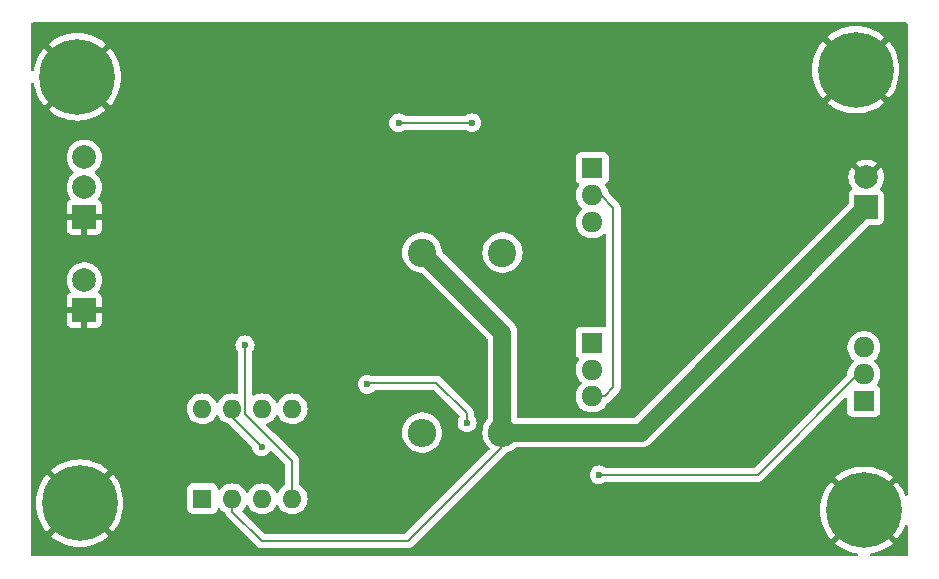
<source format=gbl>
%TF.GenerationSoftware,KiCad,Pcbnew,8.0.8*%
%TF.CreationDate,2025-01-31T21:35:17+01:00*%
%TF.ProjectId,BufferCorrente,42756666-6572-4436-9f72-72656e74652e,rev?*%
%TF.SameCoordinates,Original*%
%TF.FileFunction,Copper,L2,Bot*%
%TF.FilePolarity,Positive*%
%FSLAX46Y46*%
G04 Gerber Fmt 4.6, Leading zero omitted, Abs format (unit mm)*
G04 Created by KiCad (PCBNEW 8.0.8) date 2025-01-31 21:35:17*
%MOMM*%
%LPD*%
G01*
G04 APERTURE LIST*
%TA.AperFunction,ComponentPad*%
%ADD10R,1.600000X1.600000*%
%TD*%
%TA.AperFunction,ComponentPad*%
%ADD11O,1.600000X1.600000*%
%TD*%
%TA.AperFunction,ComponentPad*%
%ADD12C,2.400000*%
%TD*%
%TA.AperFunction,ComponentPad*%
%ADD13O,2.400000X2.400000*%
%TD*%
%TA.AperFunction,ComponentPad*%
%ADD14R,1.800000X1.710000*%
%TD*%
%TA.AperFunction,ComponentPad*%
%ADD15O,1.800000X1.710000*%
%TD*%
%TA.AperFunction,ComponentPad*%
%ADD16R,2.000000X2.000000*%
%TD*%
%TA.AperFunction,ComponentPad*%
%ADD17C,2.000000*%
%TD*%
%TA.AperFunction,ComponentPad*%
%ADD18C,0.800000*%
%TD*%
%TA.AperFunction,ComponentPad*%
%ADD19C,6.400000*%
%TD*%
%TA.AperFunction,ViaPad*%
%ADD20C,0.600000*%
%TD*%
%TA.AperFunction,Conductor*%
%ADD21C,0.200000*%
%TD*%
%TA.AperFunction,Conductor*%
%ADD22C,1.500000*%
%TD*%
%ADD23C,0.300000*%
%ADD24C,0.350000*%
G04 APERTURE END LIST*
D10*
%TO.P,U1,1,VOS*%
%TO.N,unconnected-(U1-VOS-Pad1)*%
X133180000Y-117020000D03*
D11*
%TO.P,U1,2,-*%
%TO.N,Net-(J2-Pin_1)*%
X135720000Y-117020000D03*
%TO.P,U1,3,+*%
%TO.N,Net-(D1-A)*%
X138260000Y-117020000D03*
%TO.P,U1,4,V-*%
%TO.N,-16V*%
X140800000Y-117020000D03*
%TO.P,U1,5,NC*%
%TO.N,unconnected-(U1-NC-Pad5)*%
X140800000Y-109400000D03*
%TO.P,U1,6*%
%TO.N,Net-(Q1-C)*%
X138260000Y-109400000D03*
%TO.P,U1,7,V+*%
%TO.N,+16V*%
X135720000Y-109400000D03*
%TO.P,U1,8,VOS*%
%TO.N,unconnected-(U1-VOS-Pad8)*%
X133180000Y-109400000D03*
%TD*%
D12*
%TO.P,R11,1*%
%TO.N,Net-(J2-Pin_1)*%
X151800000Y-96180000D03*
D13*
%TO.P,R11,2*%
%TO.N,Net-(Q2-E)*%
X151800000Y-111420000D03*
%TD*%
D12*
%TO.P,R10,1*%
%TO.N,Net-(Q3-E)*%
X158600000Y-96180000D03*
D13*
%TO.P,R10,2*%
%TO.N,Net-(J2-Pin_1)*%
X158600000Y-111420000D03*
%TD*%
D14*
%TO.P,Q3,1,E*%
%TO.N,Net-(Q3-E)*%
X189200000Y-108760000D03*
D15*
%TO.P,Q3,2,C*%
%TO.N,+16V*%
X189200000Y-106480000D03*
%TO.P,Q3,3,B*%
%TO.N,Net-(D5-K)*%
X189200000Y-104200000D03*
%TD*%
D14*
%TO.P,Q2,1,E*%
%TO.N,Net-(Q2-E)*%
X166200000Y-103800000D03*
D15*
%TO.P,Q2,2,C*%
%TO.N,-16V*%
X166200000Y-106080000D03*
%TO.P,Q2,3,B*%
%TO.N,Net-(Q1-C)*%
X166200000Y-108360000D03*
%TD*%
%TO.P,Q1,3,B*%
%TO.N,Net-(D5-A)*%
X166200000Y-93600000D03*
%TO.P,Q1,2,C*%
%TO.N,Net-(Q1-C)*%
X166200000Y-91320000D03*
D14*
%TO.P,Q1,1,E*%
%TO.N,Net-(D5-K)*%
X166200000Y-89040000D03*
%TD*%
D16*
%TO.P,Power,1,Pin_1*%
%TO.N,GND*%
X123200000Y-93200000D03*
D17*
%TO.P,Power,2,Pin_2*%
%TO.N,VEE*%
X123200000Y-90660000D03*
%TO.P,Power,3,Pin_3*%
%TO.N,VCC*%
X123200000Y-88120000D03*
%TD*%
D16*
%TO.P,OUT,1,Pin_1*%
%TO.N,Net-(J2-Pin_1)*%
X189400000Y-92340000D03*
D17*
%TO.P,OUT,2,Pin_2*%
%TO.N,GND*%
X189400000Y-89800000D03*
%TD*%
D16*
%TO.P,SIG,1,Pin_1*%
%TO.N,GND*%
X123200000Y-101060000D03*
D17*
%TO.P,SIG,2,Pin_2*%
%TO.N,Net-(J1-Pin_2)*%
X123200000Y-98520000D03*
%TD*%
D18*
%TO.P,M3,1,1*%
%TO.N,GND*%
X186800000Y-118000000D03*
X187502944Y-116302944D03*
X187502944Y-119697056D03*
X189200000Y-115600000D03*
D19*
X189200000Y-118000000D03*
D18*
X189200000Y-120400000D03*
X190897056Y-116302944D03*
X190897056Y-119697056D03*
X191600000Y-118000000D03*
%TD*%
%TO.P,M3,1,1*%
%TO.N,GND*%
X186102944Y-80697056D03*
X186805888Y-79000000D03*
X186805888Y-82394112D03*
X188502944Y-78297056D03*
D19*
X188502944Y-80697056D03*
D18*
X188502944Y-83097056D03*
X190200000Y-79000000D03*
X190200000Y-82394112D03*
X190902944Y-80697056D03*
%TD*%
%TO.P,M3,1,1*%
%TO.N,GND*%
X120400000Y-117400000D03*
X121102944Y-115702944D03*
X121102944Y-119097056D03*
X122800000Y-115000000D03*
D19*
X122800000Y-117400000D03*
D18*
X122800000Y-119800000D03*
X124497056Y-115702944D03*
X124497056Y-119097056D03*
X125200000Y-117400000D03*
%TD*%
%TO.P,M3,1,1*%
%TO.N,GND*%
X125000000Y-81297056D03*
X124297056Y-82994112D03*
X124297056Y-79600000D03*
X122600000Y-83697056D03*
D19*
X122600000Y-81297056D03*
D18*
X122600000Y-78897056D03*
X120902944Y-82994112D03*
X120902944Y-79600000D03*
X120200000Y-81297056D03*
%TD*%
D20*
%TO.N,GND*%
X138200000Y-102600000D03*
X133000000Y-99400000D03*
X128600000Y-95800000D03*
X142400000Y-90400000D03*
X147800000Y-96400000D03*
X149800000Y-93200000D03*
X154800000Y-81600000D03*
X146000000Y-78400000D03*
X170000000Y-81200000D03*
X182800000Y-90200000D03*
X189200000Y-97600000D03*
X172600000Y-103000000D03*
X163200000Y-99600000D03*
X177400000Y-110600000D03*
X169800000Y-120000000D03*
X159600000Y-116400000D03*
X148000000Y-116200000D03*
X125400000Y-107600000D03*
X139800000Y-96800000D03*
X137200000Y-93000000D03*
X137200000Y-89000000D03*
X135400000Y-82400000D03*
%TO.N,+16V*%
X166800000Y-115000000D03*
%TO.N,Net-(Q1-C)*%
X155600000Y-110600000D03*
X147138235Y-107338235D03*
%TO.N,+16V*%
X149800000Y-85200000D03*
X156000000Y-85200000D03*
%TO.N,-16V*%
X136800000Y-104000000D03*
%TO.N,+16V*%
X138200000Y-112600000D03*
%TD*%
D21*
%TO.N,+16V*%
X166800000Y-115000000D02*
X180200000Y-115000000D01*
X180200000Y-115000000D02*
X188720000Y-106480000D01*
X188720000Y-106480000D02*
X189200000Y-106480000D01*
%TO.N,Net-(Q1-C)*%
X155600000Y-109800000D02*
X153000000Y-107200000D01*
X147276470Y-107200000D02*
X147138235Y-107338235D01*
X155600000Y-110600000D02*
X155600000Y-109800000D01*
X153000000Y-107200000D02*
X147276470Y-107200000D01*
D22*
%TO.N,Net-(J2-Pin_1)*%
X158600000Y-111420000D02*
X170320000Y-111420000D01*
X170320000Y-111420000D02*
X189400000Y-92340000D01*
D21*
%TO.N,+16V*%
X149800000Y-85200000D02*
X156000000Y-85200000D01*
%TO.N,-16V*%
X140800000Y-113835635D02*
X140800000Y-117020000D01*
X136800000Y-104000000D02*
X136820000Y-104020000D01*
X136820000Y-104020000D02*
X136820000Y-109855635D01*
X136820000Y-109855635D02*
X140800000Y-113835635D01*
%TO.N,+16V*%
X138200000Y-112600000D02*
X135720000Y-110120000D01*
X135720000Y-110120000D02*
X135720000Y-109400000D01*
%TO.N,Net-(J2-Pin_1)*%
X135720000Y-117020000D02*
X135720000Y-118120000D01*
X138200000Y-120600000D02*
X150600000Y-120600000D01*
X150600000Y-120600000D02*
X158600000Y-112600000D01*
X135720000Y-118120000D02*
X138200000Y-120600000D01*
%TO.N,Net-(Q1-C)*%
X166200000Y-91320000D02*
X166920000Y-91320000D01*
X166920000Y-91320000D02*
X168000000Y-92400000D01*
X168000000Y-92400000D02*
X168000000Y-107600000D01*
X168000000Y-107600000D02*
X167240000Y-108360000D01*
X167240000Y-108360000D02*
X166200000Y-108360000D01*
D22*
%TO.N,Net-(J2-Pin_1)*%
X158600000Y-111420000D02*
X158600000Y-102980000D01*
X158600000Y-102980000D02*
X151800000Y-96180000D01*
%TD*%
%TA.AperFunction,Conductor*%
%TO.N,GND*%
G36*
X192842539Y-76720185D02*
G01*
X192888294Y-76772989D01*
X192899500Y-76824500D01*
X192899500Y-116643897D01*
X192879815Y-116710936D01*
X192827011Y-116756691D01*
X192757853Y-116766635D01*
X192694297Y-116737610D01*
X192659736Y-116688335D01*
X192584755Y-116493005D01*
X192408689Y-116147456D01*
X192197476Y-115822216D01*
X192197475Y-115822214D01*
X191988902Y-115564650D01*
X190494251Y-117059301D01*
X190420412Y-116957670D01*
X190242330Y-116779588D01*
X190140698Y-116705748D01*
X191635349Y-115211096D01*
X191377785Y-115002525D01*
X191377783Y-115002523D01*
X191052543Y-114791310D01*
X190706994Y-114615244D01*
X190344936Y-114476262D01*
X189970330Y-114375887D01*
X189970323Y-114375886D01*
X189587287Y-114315219D01*
X189200001Y-114294922D01*
X189199999Y-114294922D01*
X188812712Y-114315219D01*
X188429676Y-114375886D01*
X188429669Y-114375887D01*
X188055063Y-114476262D01*
X187693005Y-114615244D01*
X187347456Y-114791310D01*
X187022206Y-115002531D01*
X186764649Y-115211095D01*
X186764649Y-115211096D01*
X188259301Y-116705748D01*
X188157670Y-116779588D01*
X187979588Y-116957670D01*
X187905748Y-117059301D01*
X186411096Y-115564649D01*
X186411095Y-115564649D01*
X186202531Y-115822206D01*
X185991310Y-116147456D01*
X185815244Y-116493005D01*
X185676262Y-116855063D01*
X185575887Y-117229669D01*
X185575886Y-117229676D01*
X185515219Y-117612712D01*
X185494922Y-117999999D01*
X185494922Y-118000000D01*
X185515219Y-118387287D01*
X185575886Y-118770323D01*
X185575887Y-118770330D01*
X185676262Y-119144936D01*
X185815244Y-119506994D01*
X185991310Y-119852543D01*
X186202523Y-120177783D01*
X186202525Y-120177785D01*
X186411096Y-120435348D01*
X187905747Y-118940697D01*
X187979588Y-119042330D01*
X188157670Y-119220412D01*
X188259301Y-119294251D01*
X186764650Y-120788902D01*
X187022214Y-120997475D01*
X187022216Y-120997476D01*
X187347456Y-121208689D01*
X187693005Y-121384755D01*
X188055063Y-121523737D01*
X188429669Y-121624112D01*
X188429676Y-121624113D01*
X188612227Y-121653027D01*
X188675362Y-121682956D01*
X188712293Y-121742268D01*
X188711295Y-121812130D01*
X188672685Y-121870363D01*
X188608722Y-121898477D01*
X188592829Y-121899500D01*
X118824500Y-121899500D01*
X118757461Y-121879815D01*
X118711706Y-121827011D01*
X118700500Y-121775500D01*
X118700500Y-117399999D01*
X119094922Y-117399999D01*
X119094922Y-117400000D01*
X119115219Y-117787287D01*
X119175886Y-118170323D01*
X119175887Y-118170330D01*
X119276262Y-118544936D01*
X119415244Y-118906994D01*
X119591310Y-119252543D01*
X119802523Y-119577783D01*
X119802525Y-119577785D01*
X120011096Y-119835348D01*
X121505747Y-118340697D01*
X121579588Y-118442330D01*
X121757670Y-118620412D01*
X121859301Y-118694251D01*
X120364650Y-120188902D01*
X120622214Y-120397475D01*
X120622216Y-120397476D01*
X120947456Y-120608689D01*
X121293005Y-120784755D01*
X121655063Y-120923737D01*
X122029669Y-121024112D01*
X122029676Y-121024113D01*
X122412712Y-121084780D01*
X122799999Y-121105078D01*
X122800001Y-121105078D01*
X123187287Y-121084780D01*
X123570323Y-121024113D01*
X123570330Y-121024112D01*
X123944936Y-120923737D01*
X124306994Y-120784755D01*
X124652543Y-120608689D01*
X124977771Y-120397484D01*
X124977784Y-120397474D01*
X125235348Y-120188902D01*
X123740698Y-118694252D01*
X123842330Y-118620412D01*
X124020412Y-118442330D01*
X124094252Y-118340698D01*
X125588902Y-119835348D01*
X125797474Y-119577784D01*
X125797484Y-119577771D01*
X126008689Y-119252543D01*
X126184755Y-118906994D01*
X126323737Y-118544936D01*
X126424112Y-118170330D01*
X126424113Y-118170323D01*
X126484780Y-117787287D01*
X126505078Y-117400000D01*
X126505078Y-117399999D01*
X126484780Y-117012712D01*
X126424113Y-116629676D01*
X126424112Y-116629669D01*
X126323737Y-116255063D01*
X126184755Y-115893005D01*
X126008689Y-115547456D01*
X125797476Y-115222216D01*
X125797475Y-115222214D01*
X125588902Y-114964650D01*
X124094251Y-116459301D01*
X124020412Y-116357670D01*
X123842330Y-116179588D01*
X123740698Y-116105748D01*
X125235349Y-114611096D01*
X124977785Y-114402525D01*
X124977783Y-114402523D01*
X124652543Y-114191310D01*
X124306994Y-114015244D01*
X123944936Y-113876262D01*
X123570330Y-113775887D01*
X123570323Y-113775886D01*
X123187287Y-113715219D01*
X122800001Y-113694922D01*
X122799999Y-113694922D01*
X122412712Y-113715219D01*
X122029676Y-113775886D01*
X122029669Y-113775887D01*
X121655063Y-113876262D01*
X121293005Y-114015244D01*
X120947456Y-114191310D01*
X120622206Y-114402531D01*
X120364649Y-114611095D01*
X120364649Y-114611096D01*
X121859301Y-116105748D01*
X121757670Y-116179588D01*
X121579588Y-116357670D01*
X121505748Y-116459301D01*
X120011096Y-114964649D01*
X120011095Y-114964649D01*
X119802531Y-115222206D01*
X119591310Y-115547456D01*
X119415244Y-115893005D01*
X119276262Y-116255063D01*
X119175887Y-116629669D01*
X119175886Y-116629676D01*
X119115219Y-117012712D01*
X119094922Y-117399999D01*
X118700500Y-117399999D01*
X118700500Y-109399998D01*
X131874532Y-109399998D01*
X131874532Y-109400001D01*
X131894364Y-109626686D01*
X131894366Y-109626697D01*
X131953258Y-109846488D01*
X131953261Y-109846497D01*
X132049431Y-110052732D01*
X132049432Y-110052734D01*
X132179954Y-110239141D01*
X132340858Y-110400045D01*
X132340861Y-110400047D01*
X132527266Y-110530568D01*
X132733504Y-110626739D01*
X132733509Y-110626740D01*
X132733511Y-110626741D01*
X132786415Y-110640916D01*
X132953308Y-110685635D01*
X133115230Y-110699801D01*
X133179998Y-110705468D01*
X133180000Y-110705468D01*
X133180002Y-110705468D01*
X133236673Y-110700509D01*
X133406692Y-110685635D01*
X133626496Y-110626739D01*
X133832734Y-110530568D01*
X134019139Y-110400047D01*
X134180047Y-110239139D01*
X134310568Y-110052734D01*
X134337618Y-109994724D01*
X134383790Y-109942285D01*
X134450983Y-109923133D01*
X134517865Y-109943348D01*
X134562382Y-109994725D01*
X134589429Y-110052728D01*
X134589432Y-110052734D01*
X134719954Y-110239141D01*
X134880858Y-110400045D01*
X134880861Y-110400047D01*
X135067266Y-110530568D01*
X135273504Y-110626739D01*
X135273506Y-110626739D01*
X135273513Y-110626742D01*
X135348295Y-110646778D01*
X135383475Y-110656205D01*
X135439064Y-110688299D01*
X137369298Y-112618534D01*
X137402783Y-112679857D01*
X137404837Y-112692331D01*
X137414630Y-112779249D01*
X137474210Y-112949521D01*
X137474211Y-112949522D01*
X137570184Y-113102262D01*
X137697738Y-113229816D01*
X137850478Y-113325789D01*
X137934287Y-113355115D01*
X138020745Y-113385368D01*
X138020750Y-113385369D01*
X138199996Y-113405565D01*
X138200000Y-113405565D01*
X138200004Y-113405565D01*
X138379249Y-113385369D01*
X138379252Y-113385368D01*
X138379255Y-113385368D01*
X138549522Y-113325789D01*
X138702262Y-113229816D01*
X138829816Y-113102262D01*
X138896647Y-112995900D01*
X138948982Y-112949610D01*
X139018035Y-112938962D01*
X139081884Y-112967337D01*
X139089322Y-112974192D01*
X140163181Y-114048051D01*
X140196666Y-114109374D01*
X140199500Y-114135732D01*
X140199500Y-115788306D01*
X140179815Y-115855345D01*
X140146623Y-115889881D01*
X139960859Y-116019953D01*
X139799954Y-116180858D01*
X139669432Y-116367265D01*
X139669431Y-116367267D01*
X139642382Y-116425275D01*
X139596209Y-116477714D01*
X139529016Y-116496866D01*
X139462135Y-116476650D01*
X139417618Y-116425275D01*
X139390568Y-116367267D01*
X139390567Y-116367265D01*
X139260045Y-116180858D01*
X139099141Y-116019954D01*
X138912734Y-115889432D01*
X138912732Y-115889431D01*
X138706497Y-115793261D01*
X138706488Y-115793258D01*
X138486697Y-115734366D01*
X138486693Y-115734365D01*
X138486692Y-115734365D01*
X138486691Y-115734364D01*
X138486686Y-115734364D01*
X138260002Y-115714532D01*
X138259998Y-115714532D01*
X138033313Y-115734364D01*
X138033302Y-115734366D01*
X137813511Y-115793258D01*
X137813502Y-115793261D01*
X137607267Y-115889431D01*
X137607265Y-115889432D01*
X137420858Y-116019954D01*
X137259954Y-116180858D01*
X137129432Y-116367265D01*
X137129431Y-116367267D01*
X137102382Y-116425275D01*
X137056209Y-116477714D01*
X136989016Y-116496866D01*
X136922135Y-116476650D01*
X136877618Y-116425275D01*
X136850568Y-116367267D01*
X136850567Y-116367265D01*
X136720045Y-116180858D01*
X136559141Y-116019954D01*
X136372734Y-115889432D01*
X136372732Y-115889431D01*
X136166497Y-115793261D01*
X136166488Y-115793258D01*
X135946697Y-115734366D01*
X135946693Y-115734365D01*
X135946692Y-115734365D01*
X135946691Y-115734364D01*
X135946686Y-115734364D01*
X135720002Y-115714532D01*
X135719998Y-115714532D01*
X135493313Y-115734364D01*
X135493302Y-115734366D01*
X135273511Y-115793258D01*
X135273502Y-115793261D01*
X135067267Y-115889431D01*
X135067265Y-115889432D01*
X134880858Y-116019954D01*
X134719954Y-116180858D01*
X134702725Y-116205464D01*
X134648147Y-116249088D01*
X134578648Y-116256280D01*
X134516294Y-116224757D01*
X134480882Y-116164526D01*
X134477861Y-116147591D01*
X134477846Y-116147456D01*
X134474091Y-116112517D01*
X134439567Y-116019954D01*
X134423797Y-115977671D01*
X134423793Y-115977664D01*
X134337547Y-115862455D01*
X134337544Y-115862452D01*
X134222335Y-115776206D01*
X134222328Y-115776202D01*
X134087482Y-115725908D01*
X134087483Y-115725908D01*
X134027883Y-115719501D01*
X134027881Y-115719500D01*
X134027873Y-115719500D01*
X134027864Y-115719500D01*
X132332129Y-115719500D01*
X132332123Y-115719501D01*
X132272516Y-115725908D01*
X132137671Y-115776202D01*
X132137664Y-115776206D01*
X132022455Y-115862452D01*
X132022452Y-115862455D01*
X131936206Y-115977664D01*
X131936202Y-115977671D01*
X131885908Y-116112517D01*
X131879501Y-116172116D01*
X131879500Y-116172135D01*
X131879500Y-117867870D01*
X131879501Y-117867876D01*
X131885908Y-117927483D01*
X131936202Y-118062328D01*
X131936206Y-118062335D01*
X132022452Y-118177544D01*
X132022455Y-118177547D01*
X132137664Y-118263793D01*
X132137671Y-118263797D01*
X132272517Y-118314091D01*
X132272516Y-118314091D01*
X132279444Y-118314835D01*
X132332127Y-118320500D01*
X134027872Y-118320499D01*
X134087483Y-118314091D01*
X134222331Y-118263796D01*
X134337546Y-118177546D01*
X134423796Y-118062331D01*
X134474091Y-117927483D01*
X134477862Y-117892401D01*
X134504599Y-117827855D01*
X134561990Y-117788006D01*
X134631816Y-117785511D01*
X134691905Y-117821163D01*
X134702726Y-117834536D01*
X134719956Y-117859143D01*
X134880858Y-118020045D01*
X135067262Y-118150566D01*
X135069204Y-118151687D01*
X135069888Y-118152404D01*
X135071701Y-118153674D01*
X135071445Y-118154038D01*
X135117421Y-118202253D01*
X135126980Y-118226978D01*
X135148057Y-118305635D01*
X135160423Y-118351785D01*
X135189358Y-118401900D01*
X135189359Y-118401904D01*
X135189360Y-118401904D01*
X135239479Y-118488714D01*
X135239481Y-118488717D01*
X135358349Y-118607585D01*
X135358354Y-118607589D01*
X137831284Y-121080520D01*
X137831286Y-121080521D01*
X137831290Y-121080524D01*
X137968209Y-121159573D01*
X137968216Y-121159577D01*
X138120943Y-121200501D01*
X138120945Y-121200501D01*
X138286654Y-121200501D01*
X138286670Y-121200500D01*
X150513331Y-121200500D01*
X150513347Y-121200501D01*
X150520943Y-121200501D01*
X150679054Y-121200501D01*
X150679057Y-121200501D01*
X150831785Y-121159577D01*
X150881904Y-121130639D01*
X150968716Y-121080520D01*
X151080520Y-120968716D01*
X151080520Y-120968714D01*
X151090728Y-120958507D01*
X151090730Y-120958504D01*
X157049237Y-114999996D01*
X165994435Y-114999996D01*
X165994435Y-115000003D01*
X166014630Y-115179249D01*
X166014631Y-115179254D01*
X166074211Y-115349523D01*
X166170184Y-115502262D01*
X166297738Y-115629816D01*
X166388080Y-115686582D01*
X166440470Y-115719501D01*
X166450478Y-115725789D01*
X166474990Y-115734366D01*
X166620745Y-115785368D01*
X166620750Y-115785369D01*
X166799996Y-115805565D01*
X166800000Y-115805565D01*
X166800004Y-115805565D01*
X166979249Y-115785369D01*
X166979252Y-115785368D01*
X166979255Y-115785368D01*
X167149522Y-115725789D01*
X167302262Y-115629816D01*
X167302267Y-115629810D01*
X167305097Y-115627555D01*
X167307275Y-115626665D01*
X167308158Y-115626111D01*
X167308255Y-115626265D01*
X167369783Y-115601145D01*
X167382412Y-115600500D01*
X180113331Y-115600500D01*
X180113347Y-115600501D01*
X180120943Y-115600501D01*
X180279054Y-115600501D01*
X180279057Y-115600501D01*
X180431785Y-115559577D01*
X180481904Y-115530639D01*
X180568716Y-115480520D01*
X180680520Y-115368716D01*
X180680520Y-115368714D01*
X180690728Y-115358507D01*
X180690729Y-115358504D01*
X187587821Y-108461413D01*
X187649142Y-108427930D01*
X187718834Y-108432914D01*
X187774767Y-108474786D01*
X187799184Y-108540250D01*
X187799500Y-108549096D01*
X187799500Y-109662870D01*
X187799501Y-109662876D01*
X187805908Y-109722483D01*
X187856202Y-109857328D01*
X187856206Y-109857335D01*
X187942452Y-109972544D01*
X187942455Y-109972547D01*
X188057664Y-110058793D01*
X188057671Y-110058797D01*
X188192517Y-110109091D01*
X188192516Y-110109091D01*
X188199444Y-110109835D01*
X188252127Y-110115500D01*
X190147872Y-110115499D01*
X190207483Y-110109091D01*
X190342331Y-110058796D01*
X190457546Y-109972546D01*
X190543796Y-109857331D01*
X190594091Y-109722483D01*
X190600500Y-109662873D01*
X190600499Y-107857128D01*
X190594091Y-107797517D01*
X190549908Y-107679057D01*
X190543797Y-107662671D01*
X190543793Y-107662664D01*
X190457547Y-107547455D01*
X190457544Y-107547452D01*
X190352924Y-107469133D01*
X190311053Y-107413199D01*
X190306069Y-107343508D01*
X190326915Y-107296985D01*
X190404327Y-107190437D01*
X190501191Y-107000331D01*
X190567123Y-106797414D01*
X190600500Y-106586680D01*
X190600500Y-106373320D01*
X190567123Y-106162586D01*
X190501191Y-105959669D01*
X190501189Y-105959666D01*
X190501189Y-105959664D01*
X190404326Y-105769562D01*
X190399257Y-105762585D01*
X190278917Y-105596951D01*
X190128049Y-105446083D01*
X190120112Y-105440316D01*
X190077448Y-105384989D01*
X190071469Y-105315376D01*
X190104074Y-105253580D01*
X190120111Y-105239684D01*
X190128049Y-105233917D01*
X190278917Y-105083049D01*
X190404327Y-104910437D01*
X190501191Y-104720331D01*
X190567123Y-104517414D01*
X190600500Y-104306680D01*
X190600500Y-104093320D01*
X190567123Y-103882586D01*
X190501191Y-103679669D01*
X190501189Y-103679666D01*
X190501189Y-103679664D01*
X190421353Y-103522978D01*
X190404327Y-103489563D01*
X190278917Y-103316951D01*
X190128049Y-103166083D01*
X189955437Y-103040673D01*
X189765335Y-102943810D01*
X189562414Y-102877877D01*
X189351680Y-102844500D01*
X189048320Y-102844500D01*
X188942953Y-102861188D01*
X188837585Y-102877877D01*
X188634664Y-102943810D01*
X188444562Y-103040673D01*
X188346081Y-103112224D01*
X188271951Y-103166083D01*
X188271949Y-103166085D01*
X188271948Y-103166085D01*
X188121085Y-103316948D01*
X188121085Y-103316949D01*
X188121083Y-103316951D01*
X188082407Y-103370184D01*
X187995673Y-103489562D01*
X187898810Y-103679664D01*
X187832877Y-103882585D01*
X187799500Y-104093320D01*
X187799500Y-104306679D01*
X187832877Y-104517414D01*
X187898810Y-104720335D01*
X187988994Y-104897328D01*
X187995673Y-104910437D01*
X188121083Y-105083049D01*
X188271951Y-105233917D01*
X188279889Y-105239684D01*
X188322553Y-105295016D01*
X188328529Y-105364629D01*
X188295922Y-105426423D01*
X188279891Y-105440313D01*
X188274785Y-105444023D01*
X188271948Y-105446085D01*
X188121085Y-105596948D01*
X188121085Y-105596949D01*
X188121083Y-105596951D01*
X188067224Y-105671081D01*
X187995673Y-105769562D01*
X187898810Y-105959664D01*
X187832877Y-106162585D01*
X187799500Y-106373320D01*
X187799500Y-106499902D01*
X187779815Y-106566941D01*
X187763181Y-106587583D01*
X179987584Y-114363181D01*
X179926261Y-114396666D01*
X179899903Y-114399500D01*
X167382412Y-114399500D01*
X167315373Y-114379815D01*
X167305097Y-114372445D01*
X167302263Y-114370185D01*
X167302262Y-114370184D01*
X167214786Y-114315219D01*
X167149523Y-114274211D01*
X166979254Y-114214631D01*
X166979249Y-114214630D01*
X166800004Y-114194435D01*
X166799996Y-114194435D01*
X166620750Y-114214630D01*
X166620745Y-114214631D01*
X166450476Y-114274211D01*
X166297737Y-114370184D01*
X166170184Y-114497737D01*
X166074211Y-114650476D01*
X166014631Y-114820745D01*
X166014630Y-114820750D01*
X165994435Y-114999996D01*
X157049237Y-114999996D01*
X158939295Y-113109938D01*
X158990422Y-113079130D01*
X159223004Y-113007389D01*
X159452634Y-112896805D01*
X159663217Y-112753232D01*
X159716707Y-112703600D01*
X159779238Y-112672433D01*
X159801047Y-112670500D01*
X170418422Y-112670500D01*
X170612826Y-112639709D01*
X170800026Y-112578884D01*
X170975405Y-112489524D01*
X171134646Y-112373828D01*
X189631656Y-93876818D01*
X189692979Y-93843333D01*
X189719337Y-93840499D01*
X190447871Y-93840499D01*
X190447872Y-93840499D01*
X190507483Y-93834091D01*
X190642331Y-93783796D01*
X190757546Y-93697546D01*
X190843796Y-93582331D01*
X190894091Y-93447483D01*
X190900500Y-93387873D01*
X190900499Y-91292128D01*
X190894091Y-91232517D01*
X190844587Y-91099791D01*
X190843797Y-91097671D01*
X190843793Y-91097664D01*
X190757547Y-90982455D01*
X190757544Y-90982452D01*
X190642333Y-90896204D01*
X190637197Y-90893400D01*
X190587793Y-90843994D01*
X190572942Y-90775721D01*
X190592817Y-90716747D01*
X190723733Y-90516364D01*
X190823587Y-90288717D01*
X190884612Y-90047738D01*
X190884614Y-90047729D01*
X190905141Y-89800000D01*
X190905141Y-89799994D01*
X190884614Y-89552270D01*
X190884612Y-89552261D01*
X190823587Y-89311282D01*
X190723732Y-89083632D01*
X190623435Y-88930116D01*
X189964612Y-89588939D01*
X189959111Y-89568409D01*
X189880119Y-89431592D01*
X189768408Y-89319881D01*
X189631591Y-89240889D01*
X189611058Y-89235387D01*
X190270055Y-88576389D01*
X190270055Y-88576388D01*
X190223236Y-88539947D01*
X190223231Y-88539944D01*
X190004614Y-88421635D01*
X190004603Y-88421630D01*
X189769493Y-88340916D01*
X189524293Y-88300000D01*
X189275707Y-88300000D01*
X189030506Y-88340916D01*
X188795396Y-88421630D01*
X188795385Y-88421635D01*
X188576770Y-88539943D01*
X188529943Y-88576389D01*
X189188941Y-89235387D01*
X189168409Y-89240889D01*
X189031592Y-89319881D01*
X188919881Y-89431592D01*
X188840889Y-89568409D01*
X188835387Y-89588941D01*
X188176563Y-88930117D01*
X188076267Y-89083633D01*
X188076265Y-89083637D01*
X187976412Y-89311282D01*
X187915387Y-89552261D01*
X187915385Y-89552270D01*
X187894859Y-89799994D01*
X187894859Y-89800000D01*
X187915385Y-90047729D01*
X187915387Y-90047738D01*
X187976412Y-90288717D01*
X188076267Y-90516367D01*
X188207182Y-90716748D01*
X188227369Y-90783637D01*
X188208189Y-90850823D01*
X188162806Y-90893398D01*
X188157667Y-90896204D01*
X188042455Y-90982452D01*
X188042452Y-90982455D01*
X187956206Y-91097664D01*
X187956202Y-91097671D01*
X187905908Y-91232517D01*
X187899501Y-91292116D01*
X187899501Y-91292123D01*
X187899500Y-91292135D01*
X187899500Y-92020662D01*
X187879815Y-92087701D01*
X187863181Y-92108343D01*
X169838345Y-110133181D01*
X169777022Y-110166666D01*
X169750664Y-110169500D01*
X159974500Y-110169500D01*
X159907461Y-110149815D01*
X159861706Y-110097011D01*
X159850500Y-110045500D01*
X159850500Y-102881579D01*
X159843521Y-102837519D01*
X159843521Y-102837518D01*
X159843521Y-102837517D01*
X159819709Y-102687173D01*
X159758884Y-102499974D01*
X159669524Y-102324595D01*
X159553828Y-102165354D01*
X153568469Y-96179995D01*
X156894732Y-96179995D01*
X156894732Y-96180004D01*
X156913777Y-96434154D01*
X156913778Y-96434157D01*
X156970492Y-96682637D01*
X157063607Y-96919888D01*
X157191041Y-97140612D01*
X157349950Y-97339877D01*
X157536783Y-97513232D01*
X157747366Y-97656805D01*
X157747371Y-97656807D01*
X157747372Y-97656808D01*
X157747373Y-97656809D01*
X157869328Y-97715538D01*
X157976992Y-97767387D01*
X157976993Y-97767387D01*
X157976996Y-97767389D01*
X158220542Y-97842513D01*
X158472565Y-97880500D01*
X158727435Y-97880500D01*
X158979458Y-97842513D01*
X159223004Y-97767389D01*
X159452634Y-97656805D01*
X159663217Y-97513232D01*
X159850050Y-97339877D01*
X160008959Y-97140612D01*
X160136393Y-96919888D01*
X160229508Y-96682637D01*
X160286222Y-96434157D01*
X160305268Y-96180000D01*
X160297990Y-96082884D01*
X160286222Y-95925845D01*
X160229509Y-95677369D01*
X160229508Y-95677363D01*
X160136393Y-95440112D01*
X160008959Y-95219388D01*
X159850050Y-95020123D01*
X159663217Y-94846768D01*
X159452634Y-94703195D01*
X159452630Y-94703193D01*
X159452627Y-94703191D01*
X159452626Y-94703190D01*
X159223006Y-94592612D01*
X159223008Y-94592612D01*
X158979466Y-94517489D01*
X158979462Y-94517488D01*
X158979458Y-94517487D01*
X158858231Y-94499214D01*
X158727440Y-94479500D01*
X158727435Y-94479500D01*
X158472565Y-94479500D01*
X158472559Y-94479500D01*
X158315609Y-94503157D01*
X158220542Y-94517487D01*
X158220539Y-94517488D01*
X158220533Y-94517489D01*
X157976992Y-94592612D01*
X157747373Y-94703190D01*
X157747372Y-94703191D01*
X157536782Y-94846768D01*
X157349952Y-95020121D01*
X157349950Y-95020123D01*
X157191041Y-95219388D01*
X157063608Y-95440109D01*
X156970492Y-95677362D01*
X156970490Y-95677369D01*
X156913777Y-95925845D01*
X156894732Y-96179995D01*
X153568469Y-96179995D01*
X153532681Y-96144207D01*
X153499196Y-96082884D01*
X153496709Y-96065791D01*
X153486222Y-95925845D01*
X153429509Y-95677369D01*
X153429508Y-95677363D01*
X153336393Y-95440112D01*
X153208959Y-95219388D01*
X153050050Y-95020123D01*
X152863217Y-94846768D01*
X152652634Y-94703195D01*
X152652630Y-94703193D01*
X152652627Y-94703191D01*
X152652626Y-94703190D01*
X152423006Y-94592612D01*
X152423008Y-94592612D01*
X152179466Y-94517489D01*
X152179462Y-94517488D01*
X152179458Y-94517487D01*
X152058231Y-94499214D01*
X151927440Y-94479500D01*
X151927435Y-94479500D01*
X151672565Y-94479500D01*
X151672559Y-94479500D01*
X151515609Y-94503157D01*
X151420542Y-94517487D01*
X151420539Y-94517488D01*
X151420533Y-94517489D01*
X151176992Y-94592612D01*
X150947373Y-94703190D01*
X150947372Y-94703191D01*
X150736782Y-94846768D01*
X150549952Y-95020121D01*
X150549950Y-95020123D01*
X150391041Y-95219388D01*
X150263608Y-95440109D01*
X150170492Y-95677362D01*
X150170490Y-95677369D01*
X150113777Y-95925845D01*
X150094732Y-96179995D01*
X150094732Y-96180004D01*
X150113777Y-96434154D01*
X150113778Y-96434157D01*
X150170492Y-96682637D01*
X150263607Y-96919888D01*
X150391041Y-97140612D01*
X150549950Y-97339877D01*
X150736783Y-97513232D01*
X150947366Y-97656805D01*
X150947371Y-97656807D01*
X150947372Y-97656808D01*
X150947373Y-97656809D01*
X151069328Y-97715538D01*
X151176992Y-97767387D01*
X151176993Y-97767387D01*
X151176996Y-97767389D01*
X151420542Y-97842513D01*
X151672565Y-97880500D01*
X151680664Y-97880500D01*
X151747703Y-97900185D01*
X151768345Y-97916819D01*
X157313181Y-103461655D01*
X157346666Y-103522978D01*
X157349500Y-103549336D01*
X157349500Y-110217297D01*
X157329815Y-110284336D01*
X157322447Y-110294610D01*
X157191041Y-110459388D01*
X157063608Y-110680109D01*
X156970492Y-110917362D01*
X156970490Y-110917369D01*
X156913777Y-111165845D01*
X156894732Y-111419995D01*
X156894732Y-111420004D01*
X156913777Y-111674154D01*
X156913778Y-111674157D01*
X156970492Y-111922637D01*
X157063607Y-112159888D01*
X157191041Y-112380612D01*
X157349950Y-112579877D01*
X157471147Y-112692331D01*
X157473930Y-112694913D01*
X157509685Y-112754942D01*
X157507310Y-112824771D01*
X157477270Y-112873493D01*
X150387584Y-119963181D01*
X150326261Y-119996666D01*
X150299903Y-119999500D01*
X138500098Y-119999500D01*
X138433059Y-119979815D01*
X138412417Y-119963181D01*
X136601892Y-118152656D01*
X136568407Y-118091333D01*
X136573391Y-118021641D01*
X136601890Y-117977295D01*
X136720047Y-117859139D01*
X136850568Y-117672734D01*
X136877618Y-117614724D01*
X136923790Y-117562285D01*
X136990983Y-117543133D01*
X137057865Y-117563348D01*
X137102382Y-117614725D01*
X137129429Y-117672728D01*
X137129432Y-117672734D01*
X137259954Y-117859141D01*
X137420858Y-118020045D01*
X137420861Y-118020047D01*
X137607266Y-118150568D01*
X137813504Y-118246739D01*
X138033308Y-118305635D01*
X138195230Y-118319801D01*
X138259998Y-118325468D01*
X138260000Y-118325468D01*
X138260002Y-118325468D01*
X138316807Y-118320498D01*
X138486692Y-118305635D01*
X138706496Y-118246739D01*
X138912734Y-118150568D01*
X139099139Y-118020047D01*
X139260047Y-117859139D01*
X139390568Y-117672734D01*
X139417618Y-117614724D01*
X139463790Y-117562285D01*
X139530983Y-117543133D01*
X139597865Y-117563348D01*
X139642382Y-117614725D01*
X139669429Y-117672728D01*
X139669432Y-117672734D01*
X139799954Y-117859141D01*
X139960858Y-118020045D01*
X139960861Y-118020047D01*
X140147266Y-118150568D01*
X140353504Y-118246739D01*
X140573308Y-118305635D01*
X140735230Y-118319801D01*
X140799998Y-118325468D01*
X140800000Y-118325468D01*
X140800002Y-118325468D01*
X140856807Y-118320498D01*
X141026692Y-118305635D01*
X141246496Y-118246739D01*
X141452734Y-118150568D01*
X141639139Y-118020047D01*
X141800047Y-117859139D01*
X141930568Y-117672734D01*
X142026739Y-117466496D01*
X142085635Y-117246692D01*
X142105468Y-117020000D01*
X142104830Y-117012712D01*
X142085635Y-116793313D01*
X142085635Y-116793308D01*
X142026739Y-116573504D01*
X141930568Y-116367266D01*
X141800047Y-116180861D01*
X141800045Y-116180858D01*
X141639140Y-116019953D01*
X141453377Y-115889881D01*
X141409752Y-115835304D01*
X141400500Y-115788306D01*
X141400500Y-113924694D01*
X141400501Y-113924681D01*
X141400501Y-113756580D01*
X141400501Y-113756578D01*
X141359577Y-113603850D01*
X141330639Y-113553730D01*
X141280520Y-113466919D01*
X141168716Y-113355115D01*
X141168715Y-113355114D01*
X141164385Y-113350784D01*
X141164374Y-113350774D01*
X139233595Y-111419995D01*
X150094732Y-111419995D01*
X150094732Y-111420004D01*
X150113777Y-111674154D01*
X150113778Y-111674157D01*
X150170492Y-111922637D01*
X150263607Y-112159888D01*
X150391041Y-112380612D01*
X150549950Y-112579877D01*
X150736783Y-112753232D01*
X150947366Y-112896805D01*
X150947371Y-112896807D01*
X150947372Y-112896808D01*
X150947373Y-112896809D01*
X151034906Y-112938962D01*
X151176992Y-113007387D01*
X151176993Y-113007387D01*
X151176996Y-113007389D01*
X151420542Y-113082513D01*
X151672565Y-113120500D01*
X151927435Y-113120500D01*
X152179458Y-113082513D01*
X152423004Y-113007389D01*
X152652634Y-112896805D01*
X152863217Y-112753232D01*
X153050050Y-112579877D01*
X153208959Y-112380612D01*
X153336393Y-112159888D01*
X153429508Y-111922637D01*
X153486222Y-111674157D01*
X153505268Y-111420000D01*
X153504186Y-111405565D01*
X153486222Y-111165845D01*
X153429509Y-110917369D01*
X153429508Y-110917363D01*
X153336393Y-110680112D01*
X153208959Y-110459388D01*
X153050050Y-110260123D01*
X152863217Y-110086768D01*
X152652634Y-109943195D01*
X152652630Y-109943193D01*
X152652627Y-109943191D01*
X152652626Y-109943190D01*
X152423006Y-109832612D01*
X152423008Y-109832612D01*
X152179466Y-109757489D01*
X152179462Y-109757488D01*
X152179458Y-109757487D01*
X152058231Y-109739214D01*
X151927440Y-109719500D01*
X151927435Y-109719500D01*
X151672565Y-109719500D01*
X151672559Y-109719500D01*
X151515609Y-109743157D01*
X151420542Y-109757487D01*
X151420539Y-109757488D01*
X151420533Y-109757489D01*
X151176992Y-109832612D01*
X150947373Y-109943190D01*
X150947372Y-109943191D01*
X150736782Y-110086768D01*
X150549952Y-110260121D01*
X150549950Y-110260123D01*
X150391041Y-110459388D01*
X150263608Y-110680109D01*
X150170492Y-110917362D01*
X150170490Y-110917369D01*
X150113777Y-111165845D01*
X150094732Y-111419995D01*
X139233595Y-111419995D01*
X138648453Y-110834853D01*
X138614968Y-110773530D01*
X138619952Y-110703838D01*
X138661824Y-110647905D01*
X138701428Y-110628666D01*
X138701402Y-110628593D01*
X138702107Y-110628336D01*
X138704041Y-110627396D01*
X138706496Y-110626739D01*
X138912734Y-110530568D01*
X139099139Y-110400047D01*
X139260047Y-110239139D01*
X139390568Y-110052734D01*
X139417618Y-109994724D01*
X139463790Y-109942285D01*
X139530983Y-109923133D01*
X139597865Y-109943348D01*
X139642382Y-109994725D01*
X139669429Y-110052728D01*
X139669432Y-110052734D01*
X139799954Y-110239141D01*
X139960858Y-110400045D01*
X139960861Y-110400047D01*
X140147266Y-110530568D01*
X140353504Y-110626739D01*
X140353509Y-110626740D01*
X140353511Y-110626741D01*
X140406415Y-110640916D01*
X140573308Y-110685635D01*
X140735230Y-110699801D01*
X140799998Y-110705468D01*
X140800000Y-110705468D01*
X140800002Y-110705468D01*
X140856673Y-110700509D01*
X141026692Y-110685635D01*
X141246496Y-110626739D01*
X141452734Y-110530568D01*
X141639139Y-110400047D01*
X141800047Y-110239139D01*
X141930568Y-110052734D01*
X142026739Y-109846496D01*
X142085635Y-109626692D01*
X142105468Y-109400000D01*
X142085635Y-109173308D01*
X142026739Y-108953504D01*
X141930568Y-108747266D01*
X141800047Y-108560861D01*
X141800045Y-108560858D01*
X141639141Y-108399954D01*
X141452734Y-108269432D01*
X141452732Y-108269431D01*
X141246497Y-108173261D01*
X141246488Y-108173258D01*
X141026697Y-108114366D01*
X141026693Y-108114365D01*
X141026692Y-108114365D01*
X141026691Y-108114364D01*
X141026686Y-108114364D01*
X140800002Y-108094532D01*
X140799998Y-108094532D01*
X140573313Y-108114364D01*
X140573302Y-108114366D01*
X140353511Y-108173258D01*
X140353502Y-108173261D01*
X140147267Y-108269431D01*
X140147265Y-108269432D01*
X139960858Y-108399954D01*
X139799954Y-108560858D01*
X139669432Y-108747265D01*
X139669431Y-108747267D01*
X139642382Y-108805275D01*
X139596209Y-108857714D01*
X139529016Y-108876866D01*
X139462135Y-108856650D01*
X139417618Y-108805275D01*
X139390568Y-108747267D01*
X139390567Y-108747265D01*
X139370426Y-108718501D01*
X139260047Y-108560861D01*
X139260045Y-108560858D01*
X139099141Y-108399954D01*
X138912734Y-108269432D01*
X138912732Y-108269431D01*
X138706497Y-108173261D01*
X138706488Y-108173258D01*
X138486697Y-108114366D01*
X138486693Y-108114365D01*
X138486692Y-108114365D01*
X138486691Y-108114364D01*
X138486686Y-108114364D01*
X138260002Y-108094532D01*
X138259998Y-108094532D01*
X138033313Y-108114364D01*
X138033302Y-108114366D01*
X137813511Y-108173258D01*
X137813502Y-108173261D01*
X137607261Y-108269434D01*
X137606493Y-108269878D01*
X137606111Y-108269970D01*
X137602360Y-108271720D01*
X137602008Y-108270965D01*
X137538592Y-108286346D01*
X137472567Y-108263490D01*
X137429380Y-108208566D01*
X137420500Y-108162487D01*
X137420500Y-107338231D01*
X146332670Y-107338231D01*
X146332670Y-107338238D01*
X146352865Y-107517484D01*
X146352866Y-107517489D01*
X146412446Y-107687758D01*
X146506108Y-107836819D01*
X146508419Y-107840497D01*
X146635973Y-107968051D01*
X146726315Y-108024817D01*
X146754594Y-108042586D01*
X146788713Y-108064024D01*
X146932579Y-108114365D01*
X146958980Y-108123603D01*
X146958985Y-108123604D01*
X147138231Y-108143800D01*
X147138235Y-108143800D01*
X147138239Y-108143800D01*
X147317484Y-108123604D01*
X147317487Y-108123603D01*
X147317490Y-108123603D01*
X147487757Y-108064024D01*
X147640497Y-107968051D01*
X147768051Y-107840497D01*
X147768051Y-107840496D01*
X147771729Y-107836819D01*
X147833052Y-107803334D01*
X147859410Y-107800500D01*
X152699903Y-107800500D01*
X152766942Y-107820185D01*
X152787584Y-107836819D01*
X154930482Y-109979717D01*
X154963967Y-110041040D01*
X154958983Y-110110732D01*
X154947795Y-110133370D01*
X154874211Y-110250476D01*
X154814631Y-110420745D01*
X154814630Y-110420750D01*
X154794435Y-110599996D01*
X154794435Y-110600003D01*
X154814630Y-110779249D01*
X154814631Y-110779254D01*
X154874211Y-110949523D01*
X154970184Y-111102262D01*
X155097738Y-111229816D01*
X155250478Y-111325789D01*
X155420745Y-111385368D01*
X155420750Y-111385369D01*
X155599996Y-111405565D01*
X155600000Y-111405565D01*
X155600004Y-111405565D01*
X155779249Y-111385369D01*
X155779252Y-111385368D01*
X155779255Y-111385368D01*
X155949522Y-111325789D01*
X156102262Y-111229816D01*
X156229816Y-111102262D01*
X156325789Y-110949522D01*
X156385368Y-110779255D01*
X156393682Y-110705468D01*
X156405565Y-110600003D01*
X156405565Y-110599996D01*
X156385369Y-110420750D01*
X156385368Y-110420745D01*
X156325788Y-110250476D01*
X156252086Y-110133181D01*
X156229816Y-110097738D01*
X156229814Y-110097736D01*
X156229813Y-110097734D01*
X156227550Y-110094896D01*
X156226659Y-110092715D01*
X156226111Y-110091842D01*
X156226264Y-110091745D01*
X156201144Y-110030209D01*
X156200500Y-110017587D01*
X156200500Y-109720941D01*
X156200121Y-109719525D01*
X156200121Y-109719526D01*
X156190099Y-109682123D01*
X156159577Y-109568215D01*
X156130639Y-109518095D01*
X156080520Y-109431284D01*
X155968716Y-109319480D01*
X155968715Y-109319479D01*
X155964385Y-109315149D01*
X155964374Y-109315139D01*
X153487590Y-106838355D01*
X153487588Y-106838352D01*
X153368717Y-106719481D01*
X153368716Y-106719480D01*
X153281904Y-106669360D01*
X153281904Y-106669359D01*
X153281900Y-106669358D01*
X153231785Y-106640423D01*
X153079057Y-106599499D01*
X152920943Y-106599499D01*
X152913347Y-106599499D01*
X152913331Y-106599500D01*
X147471826Y-106599500D01*
X147430871Y-106592541D01*
X147317492Y-106552867D01*
X147317481Y-106552865D01*
X147138239Y-106532670D01*
X147138231Y-106532670D01*
X146958985Y-106552865D01*
X146958980Y-106552866D01*
X146788711Y-106612446D01*
X146635972Y-106708419D01*
X146508419Y-106835972D01*
X146412446Y-106988711D01*
X146352866Y-107158980D01*
X146352865Y-107158985D01*
X146332670Y-107338231D01*
X137420500Y-107338231D01*
X137420500Y-104552812D01*
X137439506Y-104486840D01*
X137525789Y-104349522D01*
X137585368Y-104179255D01*
X137585369Y-104179249D01*
X137605565Y-104000003D01*
X137605565Y-103999996D01*
X137585369Y-103820750D01*
X137585368Y-103820745D01*
X137536003Y-103679669D01*
X137525789Y-103650478D01*
X137429816Y-103497738D01*
X137302262Y-103370184D01*
X137149523Y-103274211D01*
X136979254Y-103214631D01*
X136979249Y-103214630D01*
X136800004Y-103194435D01*
X136799996Y-103194435D01*
X136620750Y-103214630D01*
X136620745Y-103214631D01*
X136450476Y-103274211D01*
X136297737Y-103370184D01*
X136170184Y-103497737D01*
X136074211Y-103650476D01*
X136014631Y-103820745D01*
X136014630Y-103820750D01*
X135994435Y-103999996D01*
X135994435Y-104000003D01*
X136014630Y-104179249D01*
X136014631Y-104179254D01*
X136074211Y-104349523D01*
X136170184Y-104502262D01*
X136183181Y-104515259D01*
X136216666Y-104576582D01*
X136219500Y-104602940D01*
X136219500Y-108025863D01*
X136199815Y-108092902D01*
X136147011Y-108138657D01*
X136077853Y-108148601D01*
X136063407Y-108145638D01*
X135946697Y-108114366D01*
X135946693Y-108114365D01*
X135946692Y-108114365D01*
X135946691Y-108114364D01*
X135946686Y-108114364D01*
X135720002Y-108094532D01*
X135719998Y-108094532D01*
X135493313Y-108114364D01*
X135493302Y-108114366D01*
X135273511Y-108173258D01*
X135273502Y-108173261D01*
X135067267Y-108269431D01*
X135067265Y-108269432D01*
X134880858Y-108399954D01*
X134719954Y-108560858D01*
X134589432Y-108747265D01*
X134589431Y-108747267D01*
X134562382Y-108805275D01*
X134516209Y-108857714D01*
X134449016Y-108876866D01*
X134382135Y-108856650D01*
X134337618Y-108805275D01*
X134310568Y-108747267D01*
X134310567Y-108747265D01*
X134290426Y-108718501D01*
X134180047Y-108560861D01*
X134180045Y-108560858D01*
X134019141Y-108399954D01*
X133832734Y-108269432D01*
X133832732Y-108269431D01*
X133626497Y-108173261D01*
X133626488Y-108173258D01*
X133406697Y-108114366D01*
X133406693Y-108114365D01*
X133406692Y-108114365D01*
X133406691Y-108114364D01*
X133406686Y-108114364D01*
X133180002Y-108094532D01*
X133179998Y-108094532D01*
X132953313Y-108114364D01*
X132953302Y-108114366D01*
X132733511Y-108173258D01*
X132733502Y-108173261D01*
X132527267Y-108269431D01*
X132527265Y-108269432D01*
X132340858Y-108399954D01*
X132179954Y-108560858D01*
X132049432Y-108747265D01*
X132049431Y-108747267D01*
X131953261Y-108953502D01*
X131953258Y-108953511D01*
X131894366Y-109173302D01*
X131894364Y-109173313D01*
X131874532Y-109399998D01*
X118700500Y-109399998D01*
X118700500Y-98519994D01*
X121694357Y-98519994D01*
X121694357Y-98520005D01*
X121714890Y-98767812D01*
X121714892Y-98767824D01*
X121775936Y-99008881D01*
X121875826Y-99236606D01*
X122007019Y-99437412D01*
X122027206Y-99504301D01*
X122008026Y-99571487D01*
X121962644Y-99614061D01*
X121957912Y-99616644D01*
X121842812Y-99702809D01*
X121842809Y-99702812D01*
X121756649Y-99817906D01*
X121756645Y-99817913D01*
X121706403Y-99952620D01*
X121706401Y-99952627D01*
X121700000Y-100012155D01*
X121700000Y-100810000D01*
X122651518Y-100810000D01*
X122640889Y-100828409D01*
X122600000Y-100981009D01*
X122600000Y-101138991D01*
X122640889Y-101291591D01*
X122651518Y-101310000D01*
X121700000Y-101310000D01*
X121700000Y-102107844D01*
X121706401Y-102167372D01*
X121706403Y-102167379D01*
X121756645Y-102302086D01*
X121756649Y-102302093D01*
X121842809Y-102417187D01*
X121842812Y-102417190D01*
X121957906Y-102503350D01*
X121957913Y-102503354D01*
X122092620Y-102553596D01*
X122092627Y-102553598D01*
X122152155Y-102559999D01*
X122152172Y-102560000D01*
X122950000Y-102560000D01*
X122950000Y-101608482D01*
X122968409Y-101619111D01*
X123121009Y-101660000D01*
X123278991Y-101660000D01*
X123431591Y-101619111D01*
X123450000Y-101608482D01*
X123450000Y-102560000D01*
X124247828Y-102560000D01*
X124247844Y-102559999D01*
X124307372Y-102553598D01*
X124307379Y-102553596D01*
X124442086Y-102503354D01*
X124442093Y-102503350D01*
X124557187Y-102417190D01*
X124557190Y-102417187D01*
X124643350Y-102302093D01*
X124643354Y-102302086D01*
X124693596Y-102167379D01*
X124693598Y-102167372D01*
X124699999Y-102107844D01*
X124700000Y-102107827D01*
X124700000Y-101310000D01*
X123748482Y-101310000D01*
X123759111Y-101291591D01*
X123800000Y-101138991D01*
X123800000Y-100981009D01*
X123759111Y-100828409D01*
X123748482Y-100810000D01*
X124700000Y-100810000D01*
X124700000Y-100012172D01*
X124699999Y-100012155D01*
X124693598Y-99952627D01*
X124693596Y-99952620D01*
X124643354Y-99817913D01*
X124643350Y-99817906D01*
X124557190Y-99702812D01*
X124557187Y-99702809D01*
X124442088Y-99616645D01*
X124437359Y-99614063D01*
X124387955Y-99564657D01*
X124373105Y-99496383D01*
X124392981Y-99437412D01*
X124524173Y-99236607D01*
X124624063Y-99008881D01*
X124685108Y-98767821D01*
X124705643Y-98520000D01*
X124685108Y-98272179D01*
X124624063Y-98031119D01*
X124573926Y-97916819D01*
X124524173Y-97803393D01*
X124388166Y-97595217D01*
X124312692Y-97513231D01*
X124219744Y-97412262D01*
X124023509Y-97259526D01*
X124023507Y-97259525D01*
X124023506Y-97259524D01*
X123804811Y-97141172D01*
X123804802Y-97141169D01*
X123569616Y-97060429D01*
X123324335Y-97019500D01*
X123075665Y-97019500D01*
X122830383Y-97060429D01*
X122595197Y-97141169D01*
X122595188Y-97141172D01*
X122376493Y-97259524D01*
X122180257Y-97412261D01*
X122011833Y-97595217D01*
X121875826Y-97803393D01*
X121775936Y-98031118D01*
X121714892Y-98272175D01*
X121714890Y-98272187D01*
X121694357Y-98519994D01*
X118700500Y-98519994D01*
X118700500Y-88119994D01*
X121694357Y-88119994D01*
X121694357Y-88120005D01*
X121714890Y-88367812D01*
X121714892Y-88367824D01*
X121775936Y-88608881D01*
X121875826Y-88836606D01*
X122011833Y-89044782D01*
X122011836Y-89044785D01*
X122180256Y-89227738D01*
X122263008Y-89292147D01*
X122303821Y-89348857D01*
X122307496Y-89418630D01*
X122272864Y-89479313D01*
X122263014Y-89487848D01*
X122204400Y-89533469D01*
X122180257Y-89552261D01*
X122011833Y-89735217D01*
X121875826Y-89943393D01*
X121775936Y-90171118D01*
X121714892Y-90412175D01*
X121714890Y-90412187D01*
X121694357Y-90659994D01*
X121694357Y-90660005D01*
X121714890Y-90907812D01*
X121714892Y-90907824D01*
X121775936Y-91148881D01*
X121875826Y-91376606D01*
X122007019Y-91577412D01*
X122027206Y-91644301D01*
X122008026Y-91711487D01*
X121962644Y-91754061D01*
X121957912Y-91756644D01*
X121842812Y-91842809D01*
X121842809Y-91842812D01*
X121756649Y-91957906D01*
X121756645Y-91957913D01*
X121706403Y-92092620D01*
X121706401Y-92092627D01*
X121700000Y-92152155D01*
X121700000Y-92950000D01*
X122651518Y-92950000D01*
X122640889Y-92968409D01*
X122600000Y-93121009D01*
X122600000Y-93278991D01*
X122640889Y-93431591D01*
X122651518Y-93450000D01*
X121700000Y-93450000D01*
X121700000Y-94247844D01*
X121706401Y-94307372D01*
X121706403Y-94307379D01*
X121756645Y-94442086D01*
X121756649Y-94442093D01*
X121842809Y-94557187D01*
X121842812Y-94557190D01*
X121957906Y-94643350D01*
X121957913Y-94643354D01*
X122092620Y-94693596D01*
X122092627Y-94693598D01*
X122152155Y-94699999D01*
X122152172Y-94700000D01*
X122950000Y-94700000D01*
X122950000Y-93748482D01*
X122968409Y-93759111D01*
X123121009Y-93800000D01*
X123278991Y-93800000D01*
X123431591Y-93759111D01*
X123450000Y-93748482D01*
X123450000Y-94700000D01*
X124247828Y-94700000D01*
X124247844Y-94699999D01*
X124307372Y-94693598D01*
X124307379Y-94693596D01*
X124442086Y-94643354D01*
X124442093Y-94643350D01*
X124557187Y-94557190D01*
X124557190Y-94557187D01*
X124643350Y-94442093D01*
X124643354Y-94442086D01*
X124693596Y-94307379D01*
X124693598Y-94307372D01*
X124699999Y-94247844D01*
X124700000Y-94247827D01*
X124700000Y-93450000D01*
X123748482Y-93450000D01*
X123759111Y-93431591D01*
X123800000Y-93278991D01*
X123800000Y-93121009D01*
X123759111Y-92968409D01*
X123748482Y-92950000D01*
X124700000Y-92950000D01*
X124700000Y-92152172D01*
X124699999Y-92152155D01*
X124693598Y-92092627D01*
X124693596Y-92092620D01*
X124643354Y-91957913D01*
X124643350Y-91957906D01*
X124557190Y-91842812D01*
X124557187Y-91842809D01*
X124442088Y-91756645D01*
X124437359Y-91754063D01*
X124387955Y-91704657D01*
X124373105Y-91636383D01*
X124392981Y-91577412D01*
X124524173Y-91376607D01*
X124624063Y-91148881D01*
X124685108Y-90907821D01*
X124690769Y-90839501D01*
X124705643Y-90660005D01*
X124705643Y-90659994D01*
X124685109Y-90412187D01*
X124685107Y-90412175D01*
X124624063Y-90171118D01*
X124524173Y-89943393D01*
X124388166Y-89735217D01*
X124366557Y-89711744D01*
X124219744Y-89552262D01*
X124136991Y-89487852D01*
X124096179Y-89431143D01*
X124092504Y-89361370D01*
X124127136Y-89300687D01*
X124136985Y-89292151D01*
X124219744Y-89227738D01*
X124388164Y-89044785D01*
X124524173Y-88836607D01*
X124624063Y-88608881D01*
X124685108Y-88367821D01*
X124685109Y-88367812D01*
X124704224Y-88137135D01*
X164799500Y-88137135D01*
X164799500Y-89942870D01*
X164799501Y-89942876D01*
X164805908Y-90002483D01*
X164856202Y-90137328D01*
X164856206Y-90137335D01*
X164942452Y-90252544D01*
X164942455Y-90252547D01*
X165047075Y-90330866D01*
X165088946Y-90386799D01*
X165093930Y-90456491D01*
X165073082Y-90503017D01*
X164995675Y-90609559D01*
X164898810Y-90799664D01*
X164832877Y-91002585D01*
X164799500Y-91213320D01*
X164799500Y-91426679D01*
X164832877Y-91637414D01*
X164898810Y-91840335D01*
X164958720Y-91957913D01*
X164995673Y-92030437D01*
X165121083Y-92203049D01*
X165271951Y-92353917D01*
X165279889Y-92359684D01*
X165322553Y-92415016D01*
X165328529Y-92484629D01*
X165295922Y-92546423D01*
X165279889Y-92560316D01*
X165271948Y-92566085D01*
X165121085Y-92716948D01*
X165121085Y-92716949D01*
X165121083Y-92716951D01*
X165067224Y-92791081D01*
X164995673Y-92889562D01*
X164898810Y-93079664D01*
X164834045Y-93278991D01*
X164832877Y-93282586D01*
X164799500Y-93493320D01*
X164799500Y-93706680D01*
X164819680Y-93834091D01*
X164832877Y-93917414D01*
X164898810Y-94120335D01*
X164963780Y-94247844D01*
X164995673Y-94310437D01*
X165121083Y-94483049D01*
X165271951Y-94633917D01*
X165444563Y-94759327D01*
X165534379Y-94805090D01*
X165634664Y-94856189D01*
X165634666Y-94856189D01*
X165634669Y-94856191D01*
X165837586Y-94922123D01*
X166048320Y-94955500D01*
X166048321Y-94955500D01*
X166351679Y-94955500D01*
X166351680Y-94955500D01*
X166562414Y-94922123D01*
X166765331Y-94856191D01*
X166955437Y-94759327D01*
X167128049Y-94633917D01*
X167187819Y-94574147D01*
X167249142Y-94540662D01*
X167318834Y-94545646D01*
X167374767Y-94587518D01*
X167399184Y-94652982D01*
X167399500Y-94661828D01*
X167399500Y-102343933D01*
X167379815Y-102410972D01*
X167327011Y-102456727D01*
X167257853Y-102466671D01*
X167232168Y-102460115D01*
X167207485Y-102450909D01*
X167207483Y-102450908D01*
X167147883Y-102444501D01*
X167147881Y-102444500D01*
X167147873Y-102444500D01*
X167147864Y-102444500D01*
X165252129Y-102444500D01*
X165252123Y-102444501D01*
X165192516Y-102450908D01*
X165057671Y-102501202D01*
X165057664Y-102501206D01*
X164942455Y-102587452D01*
X164942452Y-102587455D01*
X164856206Y-102702664D01*
X164856202Y-102702671D01*
X164805908Y-102837517D01*
X164799501Y-102897116D01*
X164799500Y-102897135D01*
X164799500Y-104702870D01*
X164799501Y-104702876D01*
X164805908Y-104762483D01*
X164856202Y-104897328D01*
X164856206Y-104897335D01*
X164942452Y-105012544D01*
X164942455Y-105012547D01*
X165047075Y-105090866D01*
X165088946Y-105146799D01*
X165093930Y-105216491D01*
X165073082Y-105263017D01*
X164995675Y-105369559D01*
X164898810Y-105559664D01*
X164832877Y-105762585D01*
X164799500Y-105973320D01*
X164799500Y-106186679D01*
X164832877Y-106397414D01*
X164898810Y-106600335D01*
X164959519Y-106719481D01*
X164995673Y-106790437D01*
X165121083Y-106963049D01*
X165271951Y-107113917D01*
X165279889Y-107119684D01*
X165322553Y-107175016D01*
X165328529Y-107244629D01*
X165295922Y-107306423D01*
X165279889Y-107320316D01*
X165271948Y-107326085D01*
X165121085Y-107476948D01*
X165121085Y-107476949D01*
X165121083Y-107476951D01*
X165091630Y-107517490D01*
X164995673Y-107649562D01*
X164898810Y-107839664D01*
X164832877Y-108042585D01*
X164812181Y-108173258D01*
X164799500Y-108253320D01*
X164799500Y-108466680D01*
X164814416Y-108560858D01*
X164832877Y-108677414D01*
X164898810Y-108880335D01*
X164995671Y-109070434D01*
X164995673Y-109070437D01*
X165121083Y-109243049D01*
X165271951Y-109393917D01*
X165444563Y-109519327D01*
X165534379Y-109565090D01*
X165634664Y-109616189D01*
X165634666Y-109616189D01*
X165634669Y-109616191D01*
X165837586Y-109682123D01*
X166048320Y-109715500D01*
X166048321Y-109715500D01*
X166351679Y-109715500D01*
X166351680Y-109715500D01*
X166562414Y-109682123D01*
X166765331Y-109616191D01*
X166955437Y-109519327D01*
X167128049Y-109393917D01*
X167278917Y-109243049D01*
X167404327Y-109070437D01*
X167468442Y-108944602D01*
X167501394Y-108909710D01*
X167509595Y-108898757D01*
X167515284Y-108895004D01*
X167516412Y-108893810D01*
X167516432Y-108893798D01*
X167521904Y-108890639D01*
X167608716Y-108840520D01*
X167720520Y-108728716D01*
X167720520Y-108728714D01*
X167730728Y-108718507D01*
X167730730Y-108718504D01*
X168358506Y-108090728D01*
X168358511Y-108090724D01*
X168368714Y-108080520D01*
X168368716Y-108080520D01*
X168480520Y-107968716D01*
X168544945Y-107857128D01*
X168559577Y-107831785D01*
X168600500Y-107679058D01*
X168600500Y-107520943D01*
X168600500Y-92489060D01*
X168600501Y-92489047D01*
X168600501Y-92320944D01*
X168568911Y-92203050D01*
X168559577Y-92168216D01*
X168504041Y-92072024D01*
X168480524Y-92031290D01*
X168480518Y-92031282D01*
X167617310Y-91168075D01*
X167583825Y-91106752D01*
X167582525Y-91099834D01*
X167567123Y-91002586D01*
X167501191Y-90799669D01*
X167501189Y-90799666D01*
X167501189Y-90799664D01*
X167450090Y-90699379D01*
X167404327Y-90609563D01*
X167326916Y-90503016D01*
X167303437Y-90437211D01*
X167319262Y-90369157D01*
X167352921Y-90330868D01*
X167457546Y-90252546D01*
X167543796Y-90137331D01*
X167594091Y-90002483D01*
X167600500Y-89942873D01*
X167600499Y-88137128D01*
X167594091Y-88077517D01*
X167543796Y-87942669D01*
X167543795Y-87942668D01*
X167543793Y-87942664D01*
X167457547Y-87827455D01*
X167457544Y-87827452D01*
X167342335Y-87741206D01*
X167342328Y-87741202D01*
X167207482Y-87690908D01*
X167207483Y-87690908D01*
X167147883Y-87684501D01*
X167147881Y-87684500D01*
X167147873Y-87684500D01*
X167147864Y-87684500D01*
X165252129Y-87684500D01*
X165252123Y-87684501D01*
X165192516Y-87690908D01*
X165057671Y-87741202D01*
X165057664Y-87741206D01*
X164942455Y-87827452D01*
X164942452Y-87827455D01*
X164856206Y-87942664D01*
X164856202Y-87942671D01*
X164805908Y-88077517D01*
X164799501Y-88137116D01*
X164799501Y-88137123D01*
X164799500Y-88137135D01*
X124704224Y-88137135D01*
X124705643Y-88120005D01*
X124705643Y-88119994D01*
X124685109Y-87872187D01*
X124685107Y-87872175D01*
X124624063Y-87631118D01*
X124524173Y-87403393D01*
X124388166Y-87195217D01*
X124366557Y-87171744D01*
X124219744Y-87012262D01*
X124023509Y-86859526D01*
X124023507Y-86859525D01*
X124023506Y-86859524D01*
X123804811Y-86741172D01*
X123804802Y-86741169D01*
X123569616Y-86660429D01*
X123324335Y-86619500D01*
X123075665Y-86619500D01*
X122830383Y-86660429D01*
X122595197Y-86741169D01*
X122595188Y-86741172D01*
X122376493Y-86859524D01*
X122180257Y-87012261D01*
X122011833Y-87195217D01*
X121875826Y-87403393D01*
X121775936Y-87631118D01*
X121714892Y-87872175D01*
X121714890Y-87872187D01*
X121694357Y-88119994D01*
X118700500Y-88119994D01*
X118700500Y-85199996D01*
X148994435Y-85199996D01*
X148994435Y-85200003D01*
X149014630Y-85379249D01*
X149014631Y-85379254D01*
X149074211Y-85549523D01*
X149170184Y-85702262D01*
X149297738Y-85829816D01*
X149450478Y-85925789D01*
X149620745Y-85985368D01*
X149620750Y-85985369D01*
X149799996Y-86005565D01*
X149800000Y-86005565D01*
X149800004Y-86005565D01*
X149979249Y-85985369D01*
X149979252Y-85985368D01*
X149979255Y-85985368D01*
X150149522Y-85925789D01*
X150302262Y-85829816D01*
X150302267Y-85829810D01*
X150305097Y-85827555D01*
X150307275Y-85826665D01*
X150308158Y-85826111D01*
X150308255Y-85826265D01*
X150369783Y-85801145D01*
X150382412Y-85800500D01*
X155417588Y-85800500D01*
X155484627Y-85820185D01*
X155494903Y-85827555D01*
X155497736Y-85829814D01*
X155497738Y-85829816D01*
X155650478Y-85925789D01*
X155820745Y-85985368D01*
X155820750Y-85985369D01*
X155999996Y-86005565D01*
X156000000Y-86005565D01*
X156000004Y-86005565D01*
X156179249Y-85985369D01*
X156179252Y-85985368D01*
X156179255Y-85985368D01*
X156349522Y-85925789D01*
X156502262Y-85829816D01*
X156629816Y-85702262D01*
X156725789Y-85549522D01*
X156785368Y-85379255D01*
X156805565Y-85200000D01*
X156785368Y-85020745D01*
X156725789Y-84850478D01*
X156629816Y-84697738D01*
X156502262Y-84570184D01*
X156349523Y-84474211D01*
X156179254Y-84414631D01*
X156179249Y-84414630D01*
X156000004Y-84394435D01*
X155999996Y-84394435D01*
X155820750Y-84414630D01*
X155820745Y-84414631D01*
X155650476Y-84474211D01*
X155497736Y-84570185D01*
X155494903Y-84572445D01*
X155492724Y-84573334D01*
X155491842Y-84573889D01*
X155491744Y-84573734D01*
X155430217Y-84598855D01*
X155417588Y-84599500D01*
X150382412Y-84599500D01*
X150315373Y-84579815D01*
X150305097Y-84572445D01*
X150302263Y-84570185D01*
X150302262Y-84570184D01*
X150199708Y-84505745D01*
X150149523Y-84474211D01*
X149979254Y-84414631D01*
X149979249Y-84414630D01*
X149800004Y-84394435D01*
X149799996Y-84394435D01*
X149620750Y-84414630D01*
X149620745Y-84414631D01*
X149450476Y-84474211D01*
X149297737Y-84570184D01*
X149170184Y-84697737D01*
X149074211Y-84850476D01*
X149014631Y-85020745D01*
X149014630Y-85020750D01*
X148994435Y-85199996D01*
X118700500Y-85199996D01*
X118700500Y-81904227D01*
X118720185Y-81837188D01*
X118772989Y-81791433D01*
X118842147Y-81781489D01*
X118905703Y-81810514D01*
X118943477Y-81869292D01*
X118946973Y-81884829D01*
X118975886Y-82067379D01*
X118975887Y-82067386D01*
X119076262Y-82441992D01*
X119215244Y-82804050D01*
X119391310Y-83149599D01*
X119602523Y-83474839D01*
X119602525Y-83474841D01*
X119811096Y-83732404D01*
X121305747Y-82237753D01*
X121379588Y-82339386D01*
X121557670Y-82517468D01*
X121659301Y-82591307D01*
X120164650Y-84085958D01*
X120422214Y-84294531D01*
X120422216Y-84294532D01*
X120747456Y-84505745D01*
X121093005Y-84681811D01*
X121455063Y-84820793D01*
X121829669Y-84921168D01*
X121829676Y-84921169D01*
X122212712Y-84981836D01*
X122599999Y-85002134D01*
X122600001Y-85002134D01*
X122987287Y-84981836D01*
X123370323Y-84921169D01*
X123370330Y-84921168D01*
X123744936Y-84820793D01*
X124106994Y-84681811D01*
X124452543Y-84505745D01*
X124777771Y-84294540D01*
X124777784Y-84294530D01*
X125035348Y-84085958D01*
X123540698Y-82591308D01*
X123642330Y-82517468D01*
X123820412Y-82339386D01*
X123894252Y-82237754D01*
X125388902Y-83732404D01*
X125597474Y-83474840D01*
X125597484Y-83474827D01*
X125808689Y-83149599D01*
X125984755Y-82804050D01*
X126123737Y-82441992D01*
X126224112Y-82067386D01*
X126224113Y-82067379D01*
X126284780Y-81684343D01*
X126305078Y-81297056D01*
X126305078Y-81297055D01*
X126284780Y-80909768D01*
X126251090Y-80697055D01*
X184797866Y-80697055D01*
X184797866Y-80697056D01*
X184818163Y-81084343D01*
X184878830Y-81467379D01*
X184878831Y-81467386D01*
X184979206Y-81841992D01*
X185118188Y-82204050D01*
X185294254Y-82549599D01*
X185505467Y-82874839D01*
X185505469Y-82874841D01*
X185714040Y-83132404D01*
X187208691Y-81637753D01*
X187282532Y-81739386D01*
X187460614Y-81917468D01*
X187562245Y-81991307D01*
X186067594Y-83485958D01*
X186325158Y-83694531D01*
X186325160Y-83694532D01*
X186650400Y-83905745D01*
X186995949Y-84081811D01*
X187358007Y-84220793D01*
X187732613Y-84321168D01*
X187732620Y-84321169D01*
X188115656Y-84381836D01*
X188502943Y-84402134D01*
X188502945Y-84402134D01*
X188890231Y-84381836D01*
X189273267Y-84321169D01*
X189273274Y-84321168D01*
X189647880Y-84220793D01*
X190009938Y-84081811D01*
X190355487Y-83905745D01*
X190680715Y-83694540D01*
X190680728Y-83694530D01*
X190938292Y-83485958D01*
X189443642Y-81991308D01*
X189545274Y-81917468D01*
X189723356Y-81739386D01*
X189797196Y-81637754D01*
X191291846Y-83132404D01*
X191500418Y-82874840D01*
X191500428Y-82874827D01*
X191711633Y-82549599D01*
X191887699Y-82204050D01*
X192026681Y-81841992D01*
X192127056Y-81467386D01*
X192127057Y-81467379D01*
X192187724Y-81084343D01*
X192208022Y-80697056D01*
X192208022Y-80697055D01*
X192187724Y-80309768D01*
X192127057Y-79926732D01*
X192127056Y-79926725D01*
X192026681Y-79552119D01*
X191887699Y-79190061D01*
X191711633Y-78844512D01*
X191500420Y-78519272D01*
X191500419Y-78519270D01*
X191291846Y-78261706D01*
X189797195Y-79756357D01*
X189723356Y-79654726D01*
X189545274Y-79476644D01*
X189443642Y-79402804D01*
X190938293Y-77908152D01*
X190680729Y-77699581D01*
X190680727Y-77699579D01*
X190355487Y-77488366D01*
X190009938Y-77312300D01*
X189647880Y-77173318D01*
X189273274Y-77072943D01*
X189273267Y-77072942D01*
X188890231Y-77012275D01*
X188502945Y-76991978D01*
X188502943Y-76991978D01*
X188115656Y-77012275D01*
X187732620Y-77072942D01*
X187732613Y-77072943D01*
X187358007Y-77173318D01*
X186995949Y-77312300D01*
X186650400Y-77488366D01*
X186325150Y-77699587D01*
X186067593Y-77908151D01*
X186067593Y-77908152D01*
X187562245Y-79402804D01*
X187460614Y-79476644D01*
X187282532Y-79654726D01*
X187208692Y-79756357D01*
X185714040Y-78261705D01*
X185714039Y-78261705D01*
X185505475Y-78519262D01*
X185294254Y-78844512D01*
X185118188Y-79190061D01*
X184979206Y-79552119D01*
X184878831Y-79926725D01*
X184878830Y-79926732D01*
X184818163Y-80309768D01*
X184797866Y-80697055D01*
X126251090Y-80697055D01*
X126224113Y-80526732D01*
X126224112Y-80526725D01*
X126123737Y-80152119D01*
X125984755Y-79790061D01*
X125808689Y-79444512D01*
X125597476Y-79119272D01*
X125597475Y-79119270D01*
X125388902Y-78861706D01*
X123894251Y-80356357D01*
X123820412Y-80254726D01*
X123642330Y-80076644D01*
X123540698Y-80002804D01*
X125035349Y-78508152D01*
X124777785Y-78299581D01*
X124777783Y-78299579D01*
X124452543Y-78088366D01*
X124106994Y-77912300D01*
X123744936Y-77773318D01*
X123370330Y-77672943D01*
X123370323Y-77672942D01*
X122987287Y-77612275D01*
X122600001Y-77591978D01*
X122599999Y-77591978D01*
X122212712Y-77612275D01*
X121829676Y-77672942D01*
X121829669Y-77672943D01*
X121455063Y-77773318D01*
X121093005Y-77912300D01*
X120747456Y-78088366D01*
X120422206Y-78299587D01*
X120164649Y-78508151D01*
X120164649Y-78508152D01*
X121659301Y-80002804D01*
X121557670Y-80076644D01*
X121379588Y-80254726D01*
X121305748Y-80356357D01*
X119811096Y-78861705D01*
X119811095Y-78861705D01*
X119602531Y-79119262D01*
X119391310Y-79444512D01*
X119215244Y-79790061D01*
X119076262Y-80152119D01*
X118975887Y-80526725D01*
X118975886Y-80526732D01*
X118946973Y-80709282D01*
X118917044Y-80772417D01*
X118857732Y-80809348D01*
X118787870Y-80808350D01*
X118729637Y-80769740D01*
X118701523Y-80705776D01*
X118700500Y-80689884D01*
X118700500Y-76824500D01*
X118720185Y-76757461D01*
X118772989Y-76711706D01*
X118824500Y-76700500D01*
X192775500Y-76700500D01*
X192842539Y-76720185D01*
G37*
%TD.AperFunction*%
%TA.AperFunction,Conductor*%
G36*
X191988902Y-120435348D02*
G01*
X192197474Y-120177784D01*
X192197484Y-120177771D01*
X192408689Y-119852543D01*
X192584755Y-119506994D01*
X192659736Y-119311664D01*
X192702138Y-119256132D01*
X192767832Y-119232339D01*
X192835960Y-119247841D01*
X192884893Y-119297714D01*
X192899500Y-119356102D01*
X192899500Y-121775500D01*
X192879815Y-121842539D01*
X192827011Y-121888294D01*
X192775500Y-121899500D01*
X189807171Y-121899500D01*
X189740132Y-121879815D01*
X189694377Y-121827011D01*
X189684433Y-121757853D01*
X189713458Y-121694297D01*
X189772236Y-121656523D01*
X189787773Y-121653027D01*
X189970323Y-121624113D01*
X189970330Y-121624112D01*
X190344936Y-121523737D01*
X190706994Y-121384755D01*
X191052543Y-121208689D01*
X191377771Y-120997484D01*
X191377784Y-120997474D01*
X191635348Y-120788902D01*
X190140698Y-119294252D01*
X190242330Y-119220412D01*
X190420412Y-119042330D01*
X190494252Y-118940698D01*
X191988902Y-120435348D01*
G37*
%TD.AperFunction*%
%TD*%
D23*
X138200000Y-102600000D03*
X133000000Y-99400000D03*
X128600000Y-95800000D03*
X142400000Y-90400000D03*
X147800000Y-96400000D03*
X149800000Y-93200000D03*
X154800000Y-81600000D03*
X146000000Y-78400000D03*
X170000000Y-81200000D03*
X182800000Y-90200000D03*
X189200000Y-97600000D03*
X172600000Y-103000000D03*
X163200000Y-99600000D03*
X177400000Y-110600000D03*
X169800000Y-120000000D03*
X159600000Y-116400000D03*
X148000000Y-116200000D03*
X125400000Y-107600000D03*
X139800000Y-96800000D03*
X137200000Y-93000000D03*
X137200000Y-89000000D03*
X135400000Y-82400000D03*
X166800000Y-115000000D03*
X155600000Y-110600000D03*
X147138235Y-107338235D03*
X149800000Y-85200000D03*
X156000000Y-85200000D03*
X136800000Y-104000000D03*
X138200000Y-112600000D03*
D24*
X133180000Y-117020000D03*
X135720000Y-117020000D03*
X138260000Y-117020000D03*
X140800000Y-117020000D03*
X140800000Y-109400000D03*
X138260000Y-109400000D03*
X135720000Y-109400000D03*
X133180000Y-109400000D03*
X151800000Y-96180000D03*
X151800000Y-111420000D03*
X158600000Y-96180000D03*
X158600000Y-111420000D03*
X189200000Y-108760000D03*
X189200000Y-106480000D03*
X189200000Y-104200000D03*
X166200000Y-103800000D03*
X166200000Y-106080000D03*
X166200000Y-108360000D03*
X166200000Y-93600000D03*
X166200000Y-91320000D03*
X166200000Y-89040000D03*
X123200000Y-93200000D03*
X123200000Y-90660000D03*
X123200000Y-88120000D03*
X189400000Y-92340000D03*
X189400000Y-89800000D03*
X123200000Y-101060000D03*
X123200000Y-98520000D03*
X186800000Y-118000000D03*
X187502944Y-116302944D03*
X187502944Y-119697056D03*
X189200000Y-115600000D03*
X189200000Y-118000000D03*
X189200000Y-120400000D03*
X190897056Y-116302944D03*
X190897056Y-119697056D03*
X191600000Y-118000000D03*
X186102944Y-80697056D03*
X186805888Y-79000000D03*
X186805888Y-82394112D03*
X188502944Y-78297056D03*
X188502944Y-80697056D03*
X188502944Y-83097056D03*
X190200000Y-79000000D03*
X190200000Y-82394112D03*
X190902944Y-80697056D03*
X120400000Y-117400000D03*
X121102944Y-115702944D03*
X121102944Y-119097056D03*
X122800000Y-115000000D03*
X122800000Y-117400000D03*
X122800000Y-119800000D03*
X124497056Y-115702944D03*
X124497056Y-119097056D03*
X125200000Y-117400000D03*
X125000000Y-81297056D03*
X124297056Y-82994112D03*
X124297056Y-79600000D03*
X122600000Y-83697056D03*
X122600000Y-81297056D03*
X122600000Y-78897056D03*
X120902944Y-82994112D03*
X120902944Y-79600000D03*
X120200000Y-81297056D03*
M02*

</source>
